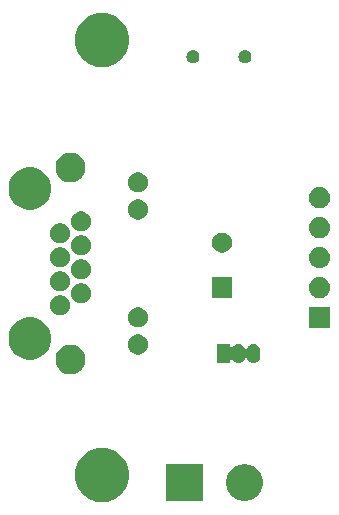
<source format=gbs>
G04 #@! TF.GenerationSoftware,KiCad,Pcbnew,5.0.1+dfsg1-2*
G04 #@! TF.CreationDate,2018-12-02T21:23:52+01:00*
G04 #@! TF.ProjectId,rj45-sk6812-adapter,726A34352D736B363831322D61646170,rev?*
G04 #@! TF.SameCoordinates,Original*
G04 #@! TF.FileFunction,Soldermask,Bot*
G04 #@! TF.FilePolarity,Negative*
%FSLAX46Y46*%
G04 Gerber Fmt 4.6, Leading zero omitted, Abs format (unit mm)*
G04 Created by KiCad (PCBNEW 5.0.1+dfsg1-2) date So 02 Dez 2018 21:23:52 CET*
%MOMM*%
%LPD*%
G01*
G04 APERTURE LIST*
%ADD10C,0.100000*%
G04 APERTURE END LIST*
D10*
G36*
X138878903Y-96168213D02*
X139101177Y-96212426D01*
X139519932Y-96385880D01*
X139896802Y-96637696D01*
X140217304Y-96958198D01*
X140469120Y-97335068D01*
X140642574Y-97753823D01*
X140731000Y-98198371D01*
X140731000Y-98651629D01*
X140642574Y-99096177D01*
X140469120Y-99514932D01*
X140217304Y-99891802D01*
X139896802Y-100212304D01*
X139519932Y-100464120D01*
X139101177Y-100637574D01*
X138878903Y-100681787D01*
X138656630Y-100726000D01*
X138203370Y-100726000D01*
X137981097Y-100681787D01*
X137758823Y-100637574D01*
X137340068Y-100464120D01*
X136963198Y-100212304D01*
X136642696Y-99891802D01*
X136390880Y-99514932D01*
X136217426Y-99096177D01*
X136129000Y-98651629D01*
X136129000Y-98198371D01*
X136217426Y-97753823D01*
X136390880Y-97335068D01*
X136642696Y-96958198D01*
X136963198Y-96637696D01*
X137340068Y-96385880D01*
X137758823Y-96212426D01*
X137981097Y-96168213D01*
X138203370Y-96124000D01*
X138656630Y-96124000D01*
X138878903Y-96168213D01*
X138878903Y-96168213D01*
G37*
G36*
X150847527Y-97548736D02*
X150947410Y-97568604D01*
X151229674Y-97685521D01*
X151483705Y-97855259D01*
X151699741Y-98071295D01*
X151869479Y-98325326D01*
X151986396Y-98607590D01*
X152046000Y-98907240D01*
X152046000Y-99212760D01*
X151986396Y-99512410D01*
X151869479Y-99794674D01*
X151699741Y-100048705D01*
X151483705Y-100264741D01*
X151229674Y-100434479D01*
X150947410Y-100551396D01*
X150847527Y-100571264D01*
X150647762Y-100611000D01*
X150342238Y-100611000D01*
X150142473Y-100571264D01*
X150042590Y-100551396D01*
X149760326Y-100434479D01*
X149506295Y-100264741D01*
X149290259Y-100048705D01*
X149120521Y-99794674D01*
X149003604Y-99512410D01*
X148944000Y-99212760D01*
X148944000Y-98907240D01*
X149003604Y-98607590D01*
X149120521Y-98325326D01*
X149290259Y-98071295D01*
X149506295Y-97855259D01*
X149760326Y-97685521D01*
X150042590Y-97568604D01*
X150142473Y-97548736D01*
X150342238Y-97509000D01*
X150647762Y-97509000D01*
X150847527Y-97548736D01*
X150847527Y-97548736D01*
G37*
G36*
X146966000Y-100611000D02*
X143864000Y-100611000D01*
X143864000Y-97509000D01*
X146966000Y-97509000D01*
X146966000Y-100611000D01*
X146966000Y-100611000D01*
G37*
G36*
X135947635Y-87409019D02*
X136128903Y-87445075D01*
X136356571Y-87539378D01*
X136556337Y-87672858D01*
X136561469Y-87676287D01*
X136735713Y-87850531D01*
X136735715Y-87850534D01*
X136872622Y-88055429D01*
X136966925Y-88283097D01*
X137015000Y-88524787D01*
X137015000Y-88771213D01*
X136966925Y-89012903D01*
X136872622Y-89240571D01*
X136736332Y-89444542D01*
X136735713Y-89445469D01*
X136561469Y-89619713D01*
X136561466Y-89619715D01*
X136356571Y-89756622D01*
X136128903Y-89850925D01*
X135947635Y-89886981D01*
X135887214Y-89899000D01*
X135640786Y-89899000D01*
X135580365Y-89886981D01*
X135399097Y-89850925D01*
X135171429Y-89756622D01*
X134966534Y-89619715D01*
X134966531Y-89619713D01*
X134792287Y-89445469D01*
X134791668Y-89444542D01*
X134655378Y-89240571D01*
X134561075Y-89012903D01*
X134513000Y-88771213D01*
X134513000Y-88524787D01*
X134561075Y-88283097D01*
X134655378Y-88055429D01*
X134792285Y-87850534D01*
X134792287Y-87850531D01*
X134966531Y-87676287D01*
X134971663Y-87672858D01*
X135171429Y-87539378D01*
X135399097Y-87445075D01*
X135580365Y-87409019D01*
X135640786Y-87397000D01*
X135887214Y-87397000D01*
X135947635Y-87409019D01*
X135947635Y-87409019D01*
G37*
G36*
X151369915Y-87345334D02*
X151478491Y-87378271D01*
X151578556Y-87431756D01*
X151666264Y-87503736D01*
X151738244Y-87591443D01*
X151791729Y-87691508D01*
X151824666Y-87800084D01*
X151833000Y-87884702D01*
X151833000Y-88391297D01*
X151824666Y-88475916D01*
X151791729Y-88584492D01*
X151738244Y-88684557D01*
X151666264Y-88772264D01*
X151578557Y-88844244D01*
X151478492Y-88897729D01*
X151369916Y-88930666D01*
X151257000Y-88941787D01*
X151144085Y-88930666D01*
X151035509Y-88897729D01*
X150935444Y-88844244D01*
X150847737Y-88772264D01*
X150775757Y-88684557D01*
X150767442Y-88669000D01*
X150732240Y-88603143D01*
X150718627Y-88582768D01*
X150701299Y-88565441D01*
X150680925Y-88551827D01*
X150658286Y-88542450D01*
X150634253Y-88537669D01*
X150609748Y-88537669D01*
X150585715Y-88542449D01*
X150563076Y-88551827D01*
X150542701Y-88565440D01*
X150525374Y-88582768D01*
X150511760Y-88603143D01*
X150468244Y-88684557D01*
X150396264Y-88772264D01*
X150308557Y-88844244D01*
X150208492Y-88897729D01*
X150099916Y-88930666D01*
X149987000Y-88941787D01*
X149874085Y-88930666D01*
X149765509Y-88897729D01*
X149665444Y-88844244D01*
X149577737Y-88772264D01*
X149514626Y-88695364D01*
X149497299Y-88678036D01*
X149476924Y-88664423D01*
X149454285Y-88655045D01*
X149430252Y-88650265D01*
X149405748Y-88650265D01*
X149381714Y-88655046D01*
X149359075Y-88664423D01*
X149338701Y-88678037D01*
X149321373Y-88695364D01*
X149307760Y-88715739D01*
X149298382Y-88738378D01*
X149293000Y-88774663D01*
X149293000Y-88939000D01*
X148141000Y-88939000D01*
X148141000Y-87337000D01*
X149293000Y-87337000D01*
X149293000Y-87501337D01*
X149295402Y-87525723D01*
X149302515Y-87549172D01*
X149314066Y-87570783D01*
X149329612Y-87589725D01*
X149348554Y-87605271D01*
X149370165Y-87616822D01*
X149393614Y-87623935D01*
X149418000Y-87626337D01*
X149442386Y-87623935D01*
X149465835Y-87616822D01*
X149487446Y-87605271D01*
X149514626Y-87580636D01*
X149548485Y-87539379D01*
X149577736Y-87503736D01*
X149665443Y-87431756D01*
X149765508Y-87378271D01*
X149874084Y-87345334D01*
X149987000Y-87334213D01*
X150099915Y-87345334D01*
X150208491Y-87378271D01*
X150308556Y-87431756D01*
X150396264Y-87503736D01*
X150468244Y-87591443D01*
X150511767Y-87672869D01*
X150525373Y-87693232D01*
X150542700Y-87710560D01*
X150563075Y-87724174D01*
X150585713Y-87733551D01*
X150609747Y-87738332D01*
X150634251Y-87738332D01*
X150658285Y-87733552D01*
X150680924Y-87724175D01*
X150701298Y-87710561D01*
X150718626Y-87693234D01*
X150732240Y-87672858D01*
X150775756Y-87591444D01*
X150818485Y-87539379D01*
X150847736Y-87503736D01*
X150935443Y-87431756D01*
X151035508Y-87378271D01*
X151144084Y-87345334D01*
X151257000Y-87334213D01*
X151369915Y-87345334D01*
X151369915Y-87345334D01*
G37*
G36*
X132859331Y-85136211D02*
X133187092Y-85271974D01*
X133482073Y-85469074D01*
X133732926Y-85719927D01*
X133930026Y-86014908D01*
X134065789Y-86342669D01*
X134135000Y-86690616D01*
X134135000Y-87045384D01*
X134065789Y-87393331D01*
X133930026Y-87721092D01*
X133732926Y-88016073D01*
X133482073Y-88266926D01*
X133187092Y-88464026D01*
X132859331Y-88599789D01*
X132511384Y-88669000D01*
X132156616Y-88669000D01*
X131808669Y-88599789D01*
X131480908Y-88464026D01*
X131185927Y-88266926D01*
X130935074Y-88016073D01*
X130737974Y-87721092D01*
X130602211Y-87393331D01*
X130533000Y-87045384D01*
X130533000Y-86690616D01*
X130602211Y-86342669D01*
X130737974Y-86014908D01*
X130935074Y-85719927D01*
X131185927Y-85469074D01*
X131480908Y-85271974D01*
X131808669Y-85136211D01*
X132156616Y-85067000D01*
X132511384Y-85067000D01*
X132859331Y-85136211D01*
X132859331Y-85136211D01*
G37*
G36*
X141722228Y-86559703D02*
X141877100Y-86623853D01*
X142016481Y-86716985D01*
X142135015Y-86835519D01*
X142228147Y-86974900D01*
X142292297Y-87129772D01*
X142325000Y-87294184D01*
X142325000Y-87461816D01*
X142292297Y-87626228D01*
X142228147Y-87781100D01*
X142135015Y-87920481D01*
X142016481Y-88039015D01*
X141877100Y-88132147D01*
X141722228Y-88196297D01*
X141557816Y-88229000D01*
X141390184Y-88229000D01*
X141225772Y-88196297D01*
X141070900Y-88132147D01*
X140931519Y-88039015D01*
X140812985Y-87920481D01*
X140719853Y-87781100D01*
X140655703Y-87626228D01*
X140623000Y-87461816D01*
X140623000Y-87294184D01*
X140655703Y-87129772D01*
X140719853Y-86974900D01*
X140812985Y-86835519D01*
X140931519Y-86716985D01*
X141070900Y-86623853D01*
X141225772Y-86559703D01*
X141390184Y-86527000D01*
X141557816Y-86527000D01*
X141722228Y-86559703D01*
X141722228Y-86559703D01*
G37*
G36*
X157746000Y-85991000D02*
X155944000Y-85991000D01*
X155944000Y-84189000D01*
X157746000Y-84189000D01*
X157746000Y-85991000D01*
X157746000Y-85991000D01*
G37*
G36*
X141722228Y-84269703D02*
X141877100Y-84333853D01*
X142016481Y-84426985D01*
X142135015Y-84545519D01*
X142228147Y-84684900D01*
X142292297Y-84839772D01*
X142325000Y-85004184D01*
X142325000Y-85171816D01*
X142292297Y-85336228D01*
X142228147Y-85491100D01*
X142135015Y-85630481D01*
X142016481Y-85749015D01*
X141877100Y-85842147D01*
X141722228Y-85906297D01*
X141557816Y-85939000D01*
X141390184Y-85939000D01*
X141225772Y-85906297D01*
X141070900Y-85842147D01*
X140931519Y-85749015D01*
X140812985Y-85630481D01*
X140719853Y-85491100D01*
X140655703Y-85336228D01*
X140623000Y-85171816D01*
X140623000Y-85004184D01*
X140655703Y-84839772D01*
X140719853Y-84684900D01*
X140812985Y-84545519D01*
X140931519Y-84426985D01*
X141070900Y-84333853D01*
X141225772Y-84269703D01*
X141390184Y-84237000D01*
X141557816Y-84237000D01*
X141722228Y-84269703D01*
X141722228Y-84269703D01*
G37*
G36*
X135122228Y-83244703D02*
X135277100Y-83308853D01*
X135416481Y-83401985D01*
X135535015Y-83520519D01*
X135628147Y-83659900D01*
X135692297Y-83814772D01*
X135725000Y-83979184D01*
X135725000Y-84146816D01*
X135692297Y-84311228D01*
X135628147Y-84466100D01*
X135535015Y-84605481D01*
X135416481Y-84724015D01*
X135277100Y-84817147D01*
X135122228Y-84881297D01*
X134957816Y-84914000D01*
X134790184Y-84914000D01*
X134625772Y-84881297D01*
X134470900Y-84817147D01*
X134331519Y-84724015D01*
X134212985Y-84605481D01*
X134119853Y-84466100D01*
X134055703Y-84311228D01*
X134023000Y-84146816D01*
X134023000Y-83979184D01*
X134055703Y-83814772D01*
X134119853Y-83659900D01*
X134212985Y-83520519D01*
X134331519Y-83401985D01*
X134470900Y-83308853D01*
X134625772Y-83244703D01*
X134790184Y-83212000D01*
X134957816Y-83212000D01*
X135122228Y-83244703D01*
X135122228Y-83244703D01*
G37*
G36*
X136902228Y-82229703D02*
X137057100Y-82293853D01*
X137196481Y-82386985D01*
X137315015Y-82505519D01*
X137408147Y-82644900D01*
X137472297Y-82799772D01*
X137505000Y-82964184D01*
X137505000Y-83131816D01*
X137472297Y-83296228D01*
X137408147Y-83451100D01*
X137315015Y-83590481D01*
X137196481Y-83709015D01*
X137057100Y-83802147D01*
X136902228Y-83866297D01*
X136737816Y-83899000D01*
X136570184Y-83899000D01*
X136405772Y-83866297D01*
X136250900Y-83802147D01*
X136111519Y-83709015D01*
X135992985Y-83590481D01*
X135899853Y-83451100D01*
X135835703Y-83296228D01*
X135803000Y-83131816D01*
X135803000Y-82964184D01*
X135835703Y-82799772D01*
X135899853Y-82644900D01*
X135992985Y-82505519D01*
X136111519Y-82386985D01*
X136250900Y-82293853D01*
X136405772Y-82229703D01*
X136570184Y-82197000D01*
X136737816Y-82197000D01*
X136902228Y-82229703D01*
X136902228Y-82229703D01*
G37*
G36*
X156955443Y-81655519D02*
X157021627Y-81662037D01*
X157134853Y-81696384D01*
X157191467Y-81713557D01*
X157324699Y-81784772D01*
X157347991Y-81797222D01*
X157383729Y-81826552D01*
X157485186Y-81909814D01*
X157568448Y-82011271D01*
X157597778Y-82047009D01*
X157597779Y-82047011D01*
X157681443Y-82203533D01*
X157681443Y-82203534D01*
X157732963Y-82373373D01*
X157750359Y-82550000D01*
X157732963Y-82726627D01*
X157714605Y-82787146D01*
X157681443Y-82896467D01*
X157645247Y-82964184D01*
X157597778Y-83052991D01*
X157568448Y-83088729D01*
X157485186Y-83190186D01*
X157383729Y-83273448D01*
X157347991Y-83302778D01*
X157347989Y-83302779D01*
X157191467Y-83386443D01*
X157134853Y-83403616D01*
X157021627Y-83437963D01*
X156955443Y-83444481D01*
X156889260Y-83451000D01*
X156800740Y-83451000D01*
X156734557Y-83444481D01*
X156668373Y-83437963D01*
X156555147Y-83403616D01*
X156498533Y-83386443D01*
X156342011Y-83302779D01*
X156342009Y-83302778D01*
X156306271Y-83273448D01*
X156204814Y-83190186D01*
X156121552Y-83088729D01*
X156092222Y-83052991D01*
X156044753Y-82964184D01*
X156008557Y-82896467D01*
X155975395Y-82787146D01*
X155957037Y-82726627D01*
X155939641Y-82550000D01*
X155957037Y-82373373D01*
X156008557Y-82203534D01*
X156008557Y-82203533D01*
X156092221Y-82047011D01*
X156092222Y-82047009D01*
X156121552Y-82011271D01*
X156204814Y-81909814D01*
X156306271Y-81826552D01*
X156342009Y-81797222D01*
X156365301Y-81784772D01*
X156498533Y-81713557D01*
X156555147Y-81696384D01*
X156668373Y-81662037D01*
X156734557Y-81655519D01*
X156800740Y-81649000D01*
X156889260Y-81649000D01*
X156955443Y-81655519D01*
X156955443Y-81655519D01*
G37*
G36*
X149441000Y-83401000D02*
X147739000Y-83401000D01*
X147739000Y-81699000D01*
X149441000Y-81699000D01*
X149441000Y-83401000D01*
X149441000Y-83401000D01*
G37*
G36*
X135122228Y-81214703D02*
X135277100Y-81278853D01*
X135416481Y-81371985D01*
X135535015Y-81490519D01*
X135628147Y-81629900D01*
X135692297Y-81784772D01*
X135725000Y-81949184D01*
X135725000Y-82116816D01*
X135692297Y-82281228D01*
X135628147Y-82436100D01*
X135535015Y-82575481D01*
X135416481Y-82694015D01*
X135277100Y-82787147D01*
X135122228Y-82851297D01*
X134957816Y-82884000D01*
X134790184Y-82884000D01*
X134625772Y-82851297D01*
X134470900Y-82787147D01*
X134331519Y-82694015D01*
X134212985Y-82575481D01*
X134119853Y-82436100D01*
X134055703Y-82281228D01*
X134023000Y-82116816D01*
X134023000Y-81949184D01*
X134055703Y-81784772D01*
X134119853Y-81629900D01*
X134212985Y-81490519D01*
X134331519Y-81371985D01*
X134470900Y-81278853D01*
X134625772Y-81214703D01*
X134790184Y-81182000D01*
X134957816Y-81182000D01*
X135122228Y-81214703D01*
X135122228Y-81214703D01*
G37*
G36*
X136902228Y-80199703D02*
X137057100Y-80263853D01*
X137196481Y-80356985D01*
X137315015Y-80475519D01*
X137408147Y-80614900D01*
X137472297Y-80769772D01*
X137505000Y-80934184D01*
X137505000Y-81101816D01*
X137472297Y-81266228D01*
X137408147Y-81421100D01*
X137315015Y-81560481D01*
X137196481Y-81679015D01*
X137057100Y-81772147D01*
X136902228Y-81836297D01*
X136737816Y-81869000D01*
X136570184Y-81869000D01*
X136405772Y-81836297D01*
X136250900Y-81772147D01*
X136111519Y-81679015D01*
X135992985Y-81560481D01*
X135899853Y-81421100D01*
X135835703Y-81266228D01*
X135803000Y-81101816D01*
X135803000Y-80934184D01*
X135835703Y-80769772D01*
X135899853Y-80614900D01*
X135992985Y-80475519D01*
X136111519Y-80356985D01*
X136250900Y-80263853D01*
X136405772Y-80199703D01*
X136570184Y-80167000D01*
X136737816Y-80167000D01*
X136902228Y-80199703D01*
X136902228Y-80199703D01*
G37*
G36*
X156955443Y-79115519D02*
X157021627Y-79122037D01*
X157120402Y-79152000D01*
X157191467Y-79173557D01*
X157308714Y-79236228D01*
X157347991Y-79257222D01*
X157383729Y-79286552D01*
X157485186Y-79369814D01*
X157568448Y-79471271D01*
X157597778Y-79507009D01*
X157597779Y-79507011D01*
X157681443Y-79663533D01*
X157681443Y-79663534D01*
X157732963Y-79833373D01*
X157750359Y-80010000D01*
X157732963Y-80186627D01*
X157709537Y-80263853D01*
X157681443Y-80356467D01*
X157654913Y-80406100D01*
X157597778Y-80512991D01*
X157571114Y-80545481D01*
X157485186Y-80650186D01*
X157383729Y-80733448D01*
X157347991Y-80762778D01*
X157347989Y-80762779D01*
X157191467Y-80846443D01*
X157166554Y-80854000D01*
X157021627Y-80897963D01*
X156955442Y-80904482D01*
X156889260Y-80911000D01*
X156800740Y-80911000D01*
X156734558Y-80904482D01*
X156668373Y-80897963D01*
X156523446Y-80854000D01*
X156498533Y-80846443D01*
X156342011Y-80762779D01*
X156342009Y-80762778D01*
X156306271Y-80733448D01*
X156204814Y-80650186D01*
X156118886Y-80545481D01*
X156092222Y-80512991D01*
X156035087Y-80406100D01*
X156008557Y-80356467D01*
X155980463Y-80263853D01*
X155957037Y-80186627D01*
X155939641Y-80010000D01*
X155957037Y-79833373D01*
X156008557Y-79663534D01*
X156008557Y-79663533D01*
X156092221Y-79507011D01*
X156092222Y-79507009D01*
X156121552Y-79471271D01*
X156204814Y-79369814D01*
X156306271Y-79286552D01*
X156342009Y-79257222D01*
X156381286Y-79236228D01*
X156498533Y-79173557D01*
X156569598Y-79152000D01*
X156668373Y-79122037D01*
X156734557Y-79115519D01*
X156800740Y-79109000D01*
X156889260Y-79109000D01*
X156955443Y-79115519D01*
X156955443Y-79115519D01*
G37*
G36*
X135122228Y-79184703D02*
X135277100Y-79248853D01*
X135416481Y-79341985D01*
X135535015Y-79460519D01*
X135628147Y-79599900D01*
X135692297Y-79754772D01*
X135725000Y-79919184D01*
X135725000Y-80086816D01*
X135692297Y-80251228D01*
X135628147Y-80406100D01*
X135535015Y-80545481D01*
X135416481Y-80664015D01*
X135277100Y-80757147D01*
X135122228Y-80821297D01*
X134957816Y-80854000D01*
X134790184Y-80854000D01*
X134625772Y-80821297D01*
X134470900Y-80757147D01*
X134331519Y-80664015D01*
X134212985Y-80545481D01*
X134119853Y-80406100D01*
X134055703Y-80251228D01*
X134023000Y-80086816D01*
X134023000Y-79919184D01*
X134055703Y-79754772D01*
X134119853Y-79599900D01*
X134212985Y-79460519D01*
X134331519Y-79341985D01*
X134470900Y-79248853D01*
X134625772Y-79184703D01*
X134790184Y-79152000D01*
X134957816Y-79152000D01*
X135122228Y-79184703D01*
X135122228Y-79184703D01*
G37*
G36*
X136902228Y-78169703D02*
X137057100Y-78233853D01*
X137196481Y-78326985D01*
X137315015Y-78445519D01*
X137408147Y-78584900D01*
X137472297Y-78739772D01*
X137505000Y-78904184D01*
X137505000Y-79071816D01*
X137472297Y-79236228D01*
X137408147Y-79391100D01*
X137315015Y-79530481D01*
X137196481Y-79649015D01*
X137057100Y-79742147D01*
X136902228Y-79806297D01*
X136737816Y-79839000D01*
X136570184Y-79839000D01*
X136405772Y-79806297D01*
X136250900Y-79742147D01*
X136111519Y-79649015D01*
X135992985Y-79530481D01*
X135899853Y-79391100D01*
X135835703Y-79236228D01*
X135803000Y-79071816D01*
X135803000Y-78904184D01*
X135835703Y-78739772D01*
X135899853Y-78584900D01*
X135992985Y-78445519D01*
X136111519Y-78326985D01*
X136250900Y-78233853D01*
X136405772Y-78169703D01*
X136570184Y-78137000D01*
X136737816Y-78137000D01*
X136902228Y-78169703D01*
X136902228Y-78169703D01*
G37*
G36*
X148838228Y-77931703D02*
X148993100Y-77995853D01*
X149132481Y-78088985D01*
X149251015Y-78207519D01*
X149344147Y-78346900D01*
X149408297Y-78501772D01*
X149441000Y-78666184D01*
X149441000Y-78833816D01*
X149408297Y-78998228D01*
X149344147Y-79153100D01*
X149251015Y-79292481D01*
X149132481Y-79411015D01*
X148993100Y-79504147D01*
X148838228Y-79568297D01*
X148673816Y-79601000D01*
X148506184Y-79601000D01*
X148341772Y-79568297D01*
X148186900Y-79504147D01*
X148047519Y-79411015D01*
X147928985Y-79292481D01*
X147835853Y-79153100D01*
X147771703Y-78998228D01*
X147739000Y-78833816D01*
X147739000Y-78666184D01*
X147771703Y-78501772D01*
X147835853Y-78346900D01*
X147928985Y-78207519D01*
X148047519Y-78088985D01*
X148186900Y-77995853D01*
X148341772Y-77931703D01*
X148506184Y-77899000D01*
X148673816Y-77899000D01*
X148838228Y-77931703D01*
X148838228Y-77931703D01*
G37*
G36*
X135122228Y-77154703D02*
X135277100Y-77218853D01*
X135416481Y-77311985D01*
X135535015Y-77430519D01*
X135628147Y-77569900D01*
X135692297Y-77724772D01*
X135725000Y-77889184D01*
X135725000Y-78056816D01*
X135692297Y-78221228D01*
X135628147Y-78376100D01*
X135535015Y-78515481D01*
X135416481Y-78634015D01*
X135277100Y-78727147D01*
X135122228Y-78791297D01*
X134957816Y-78824000D01*
X134790184Y-78824000D01*
X134625772Y-78791297D01*
X134470900Y-78727147D01*
X134331519Y-78634015D01*
X134212985Y-78515481D01*
X134119853Y-78376100D01*
X134055703Y-78221228D01*
X134023000Y-78056816D01*
X134023000Y-77889184D01*
X134055703Y-77724772D01*
X134119853Y-77569900D01*
X134212985Y-77430519D01*
X134331519Y-77311985D01*
X134470900Y-77218853D01*
X134625772Y-77154703D01*
X134790184Y-77122000D01*
X134957816Y-77122000D01*
X135122228Y-77154703D01*
X135122228Y-77154703D01*
G37*
G36*
X156955443Y-76575519D02*
X157021627Y-76582037D01*
X157134853Y-76616384D01*
X157191467Y-76633557D01*
X157319786Y-76702146D01*
X157347991Y-76717222D01*
X157383729Y-76746552D01*
X157485186Y-76829814D01*
X157568448Y-76931271D01*
X157597778Y-76967009D01*
X157597779Y-76967011D01*
X157681443Y-77123533D01*
X157681443Y-77123534D01*
X157732963Y-77293373D01*
X157750359Y-77470000D01*
X157732963Y-77646627D01*
X157713088Y-77712146D01*
X157681443Y-77816467D01*
X157619847Y-77931703D01*
X157597778Y-77972991D01*
X157568448Y-78008729D01*
X157485186Y-78110186D01*
X157383729Y-78193448D01*
X157347991Y-78222778D01*
X157347989Y-78222779D01*
X157191467Y-78306443D01*
X157134853Y-78323616D01*
X157021627Y-78357963D01*
X156955443Y-78364481D01*
X156889260Y-78371000D01*
X156800740Y-78371000D01*
X156734557Y-78364481D01*
X156668373Y-78357963D01*
X156555147Y-78323616D01*
X156498533Y-78306443D01*
X156342011Y-78222779D01*
X156342009Y-78222778D01*
X156306271Y-78193448D01*
X156204814Y-78110186D01*
X156121552Y-78008729D01*
X156092222Y-77972991D01*
X156070153Y-77931703D01*
X156008557Y-77816467D01*
X155976912Y-77712146D01*
X155957037Y-77646627D01*
X155939641Y-77470000D01*
X155957037Y-77293373D01*
X156008557Y-77123534D01*
X156008557Y-77123533D01*
X156092221Y-76967011D01*
X156092222Y-76967009D01*
X156121552Y-76931271D01*
X156204814Y-76829814D01*
X156306271Y-76746552D01*
X156342009Y-76717222D01*
X156370214Y-76702146D01*
X156498533Y-76633557D01*
X156555147Y-76616384D01*
X156668373Y-76582037D01*
X156734557Y-76575519D01*
X156800740Y-76569000D01*
X156889260Y-76569000D01*
X156955443Y-76575519D01*
X156955443Y-76575519D01*
G37*
G36*
X136902228Y-76139703D02*
X137057100Y-76203853D01*
X137196481Y-76296985D01*
X137315015Y-76415519D01*
X137408147Y-76554900D01*
X137472297Y-76709772D01*
X137505000Y-76874184D01*
X137505000Y-77041816D01*
X137472297Y-77206228D01*
X137408147Y-77361100D01*
X137315015Y-77500481D01*
X137196481Y-77619015D01*
X137057100Y-77712147D01*
X136902228Y-77776297D01*
X136737816Y-77809000D01*
X136570184Y-77809000D01*
X136405772Y-77776297D01*
X136250900Y-77712147D01*
X136111519Y-77619015D01*
X135992985Y-77500481D01*
X135899853Y-77361100D01*
X135835703Y-77206228D01*
X135803000Y-77041816D01*
X135803000Y-76874184D01*
X135835703Y-76709772D01*
X135899853Y-76554900D01*
X135992985Y-76415519D01*
X136111519Y-76296985D01*
X136250900Y-76203853D01*
X136405772Y-76139703D01*
X136570184Y-76107000D01*
X136737816Y-76107000D01*
X136902228Y-76139703D01*
X136902228Y-76139703D01*
G37*
G36*
X141722228Y-75129703D02*
X141877100Y-75193853D01*
X142016481Y-75286985D01*
X142135015Y-75405519D01*
X142228147Y-75544900D01*
X142292297Y-75699772D01*
X142325000Y-75864184D01*
X142325000Y-76031816D01*
X142292297Y-76196228D01*
X142228147Y-76351100D01*
X142135015Y-76490481D01*
X142016481Y-76609015D01*
X141877100Y-76702147D01*
X141722228Y-76766297D01*
X141557816Y-76799000D01*
X141390184Y-76799000D01*
X141225772Y-76766297D01*
X141070900Y-76702147D01*
X140931519Y-76609015D01*
X140812985Y-76490481D01*
X140719853Y-76351100D01*
X140655703Y-76196228D01*
X140623000Y-76031816D01*
X140623000Y-75864184D01*
X140655703Y-75699772D01*
X140719853Y-75544900D01*
X140812985Y-75405519D01*
X140931519Y-75286985D01*
X141070900Y-75193853D01*
X141225772Y-75129703D01*
X141390184Y-75097000D01*
X141557816Y-75097000D01*
X141722228Y-75129703D01*
X141722228Y-75129703D01*
G37*
G36*
X132859331Y-72436211D02*
X133187092Y-72571974D01*
X133482073Y-72769074D01*
X133732926Y-73019927D01*
X133930026Y-73314908D01*
X134065789Y-73642669D01*
X134135000Y-73990616D01*
X134135000Y-74345384D01*
X134065789Y-74693331D01*
X133930026Y-75021092D01*
X133732926Y-75316073D01*
X133482073Y-75566926D01*
X133187092Y-75764026D01*
X132859331Y-75899789D01*
X132511384Y-75969000D01*
X132156616Y-75969000D01*
X131808669Y-75899789D01*
X131480908Y-75764026D01*
X131185927Y-75566926D01*
X130935074Y-75316073D01*
X130737974Y-75021092D01*
X130602211Y-74693331D01*
X130533000Y-74345384D01*
X130533000Y-73990616D01*
X130602211Y-73642669D01*
X130737974Y-73314908D01*
X130935074Y-73019927D01*
X131185927Y-72769074D01*
X131480908Y-72571974D01*
X131808669Y-72436211D01*
X132156616Y-72367000D01*
X132511384Y-72367000D01*
X132859331Y-72436211D01*
X132859331Y-72436211D01*
G37*
G36*
X156955442Y-74035518D02*
X157021627Y-74042037D01*
X157084469Y-74061100D01*
X157191467Y-74093557D01*
X157330087Y-74167652D01*
X157347991Y-74177222D01*
X157376332Y-74200481D01*
X157485186Y-74289814D01*
X157530790Y-74345384D01*
X157597778Y-74427009D01*
X157597779Y-74427011D01*
X157681443Y-74583533D01*
X157681443Y-74583534D01*
X157732963Y-74753373D01*
X157750359Y-74930000D01*
X157732963Y-75106627D01*
X157706503Y-75193853D01*
X157681443Y-75276467D01*
X157612462Y-75405519D01*
X157597778Y-75432991D01*
X157568448Y-75468729D01*
X157485186Y-75570186D01*
X157383729Y-75653448D01*
X157347991Y-75682778D01*
X157347989Y-75682779D01*
X157191467Y-75766443D01*
X157134853Y-75783616D01*
X157021627Y-75817963D01*
X156955442Y-75824482D01*
X156889260Y-75831000D01*
X156800740Y-75831000D01*
X156734558Y-75824482D01*
X156668373Y-75817963D01*
X156555147Y-75783616D01*
X156498533Y-75766443D01*
X156342011Y-75682779D01*
X156342009Y-75682778D01*
X156306271Y-75653448D01*
X156204814Y-75570186D01*
X156121552Y-75468729D01*
X156092222Y-75432991D01*
X156077538Y-75405519D01*
X156008557Y-75276467D01*
X155983497Y-75193853D01*
X155957037Y-75106627D01*
X155939641Y-74930000D01*
X155957037Y-74753373D01*
X156008557Y-74583534D01*
X156008557Y-74583533D01*
X156092221Y-74427011D01*
X156092222Y-74427009D01*
X156159210Y-74345384D01*
X156204814Y-74289814D01*
X156313668Y-74200481D01*
X156342009Y-74177222D01*
X156359913Y-74167652D01*
X156498533Y-74093557D01*
X156605531Y-74061100D01*
X156668373Y-74042037D01*
X156734558Y-74035518D01*
X156800740Y-74029000D01*
X156889260Y-74029000D01*
X156955442Y-74035518D01*
X156955442Y-74035518D01*
G37*
G36*
X141722228Y-72839703D02*
X141877100Y-72903853D01*
X142016481Y-72996985D01*
X142135015Y-73115519D01*
X142228147Y-73254900D01*
X142292297Y-73409772D01*
X142325000Y-73574184D01*
X142325000Y-73741816D01*
X142292297Y-73906228D01*
X142228147Y-74061100D01*
X142135015Y-74200481D01*
X142016481Y-74319015D01*
X141877100Y-74412147D01*
X141722228Y-74476297D01*
X141557816Y-74509000D01*
X141390184Y-74509000D01*
X141225772Y-74476297D01*
X141070900Y-74412147D01*
X140931519Y-74319015D01*
X140812985Y-74200481D01*
X140719853Y-74061100D01*
X140655703Y-73906228D01*
X140623000Y-73741816D01*
X140623000Y-73574184D01*
X140655703Y-73409772D01*
X140719853Y-73254900D01*
X140812985Y-73115519D01*
X140931519Y-72996985D01*
X141070900Y-72903853D01*
X141225772Y-72839703D01*
X141390184Y-72807000D01*
X141557816Y-72807000D01*
X141722228Y-72839703D01*
X141722228Y-72839703D01*
G37*
G36*
X135947635Y-71149019D02*
X136128903Y-71185075D01*
X136356571Y-71279378D01*
X136560542Y-71415668D01*
X136561469Y-71416287D01*
X136735713Y-71590531D01*
X136735715Y-71590534D01*
X136872622Y-71795429D01*
X136966925Y-72023097D01*
X137015000Y-72264787D01*
X137015000Y-72511213D01*
X136966925Y-72752903D01*
X136872622Y-72980571D01*
X136782452Y-73115519D01*
X136735713Y-73185469D01*
X136561469Y-73359713D01*
X136561466Y-73359715D01*
X136356571Y-73496622D01*
X136128903Y-73590925D01*
X135947635Y-73626981D01*
X135887214Y-73639000D01*
X135640786Y-73639000D01*
X135580365Y-73626981D01*
X135399097Y-73590925D01*
X135171429Y-73496622D01*
X134966534Y-73359715D01*
X134966531Y-73359713D01*
X134792287Y-73185469D01*
X134745548Y-73115519D01*
X134655378Y-72980571D01*
X134561075Y-72752903D01*
X134513000Y-72511213D01*
X134513000Y-72264787D01*
X134561075Y-72023097D01*
X134655378Y-71795429D01*
X134792285Y-71590534D01*
X134792287Y-71590531D01*
X134966531Y-71416287D01*
X134967458Y-71415668D01*
X135171429Y-71279378D01*
X135399097Y-71185075D01*
X135580365Y-71149019D01*
X135640786Y-71137000D01*
X135887214Y-71137000D01*
X135947635Y-71149019D01*
X135947635Y-71149019D01*
G37*
G36*
X138878903Y-59338213D02*
X139101177Y-59382426D01*
X139519932Y-59555880D01*
X139896802Y-59807696D01*
X140217304Y-60128198D01*
X140469120Y-60505068D01*
X140642574Y-60923823D01*
X140731000Y-61368371D01*
X140731000Y-61821629D01*
X140642574Y-62266177D01*
X140469120Y-62684932D01*
X140217304Y-63061802D01*
X139896802Y-63382304D01*
X139519932Y-63634120D01*
X139101177Y-63807574D01*
X138878903Y-63851787D01*
X138656630Y-63896000D01*
X138203370Y-63896000D01*
X137981097Y-63851787D01*
X137758823Y-63807574D01*
X137340068Y-63634120D01*
X136963198Y-63382304D01*
X136642696Y-63061802D01*
X136390880Y-62684932D01*
X136217426Y-62266177D01*
X136129000Y-61821629D01*
X136129000Y-61368371D01*
X136217426Y-60923823D01*
X136390880Y-60505068D01*
X136642696Y-60128198D01*
X136963198Y-59807696D01*
X137340068Y-59555880D01*
X137758823Y-59382426D01*
X137981097Y-59338213D01*
X138203370Y-59294000D01*
X138656630Y-59294000D01*
X138878903Y-59338213D01*
X138878903Y-59338213D01*
G37*
G36*
X150696721Y-62462174D02*
X150796995Y-62503709D01*
X150887245Y-62564012D01*
X150963988Y-62640755D01*
X151024291Y-62731005D01*
X151065826Y-62831279D01*
X151087000Y-62937730D01*
X151087000Y-63046270D01*
X151065826Y-63152721D01*
X151024291Y-63252995D01*
X150963988Y-63343245D01*
X150887245Y-63419988D01*
X150796995Y-63480291D01*
X150696721Y-63521826D01*
X150590270Y-63543000D01*
X150481730Y-63543000D01*
X150375279Y-63521826D01*
X150275005Y-63480291D01*
X150184755Y-63419988D01*
X150108012Y-63343245D01*
X150047709Y-63252995D01*
X150006174Y-63152721D01*
X149985000Y-63046270D01*
X149985000Y-62937730D01*
X150006174Y-62831279D01*
X150047709Y-62731005D01*
X150108012Y-62640755D01*
X150184755Y-62564012D01*
X150275005Y-62503709D01*
X150375279Y-62462174D01*
X150481730Y-62441000D01*
X150590270Y-62441000D01*
X150696721Y-62462174D01*
X150696721Y-62462174D01*
G37*
G36*
X146296721Y-62462174D02*
X146396995Y-62503709D01*
X146487245Y-62564012D01*
X146563988Y-62640755D01*
X146624291Y-62731005D01*
X146665826Y-62831279D01*
X146687000Y-62937730D01*
X146687000Y-63046270D01*
X146665826Y-63152721D01*
X146624291Y-63252995D01*
X146563988Y-63343245D01*
X146487245Y-63419988D01*
X146396995Y-63480291D01*
X146296721Y-63521826D01*
X146190270Y-63543000D01*
X146081730Y-63543000D01*
X145975279Y-63521826D01*
X145875005Y-63480291D01*
X145784755Y-63419988D01*
X145708012Y-63343245D01*
X145647709Y-63252995D01*
X145606174Y-63152721D01*
X145585000Y-63046270D01*
X145585000Y-62937730D01*
X145606174Y-62831279D01*
X145647709Y-62731005D01*
X145708012Y-62640755D01*
X145784755Y-62564012D01*
X145875005Y-62503709D01*
X145975279Y-62462174D01*
X146081730Y-62441000D01*
X146190270Y-62441000D01*
X146296721Y-62462174D01*
X146296721Y-62462174D01*
G37*
M02*

</source>
